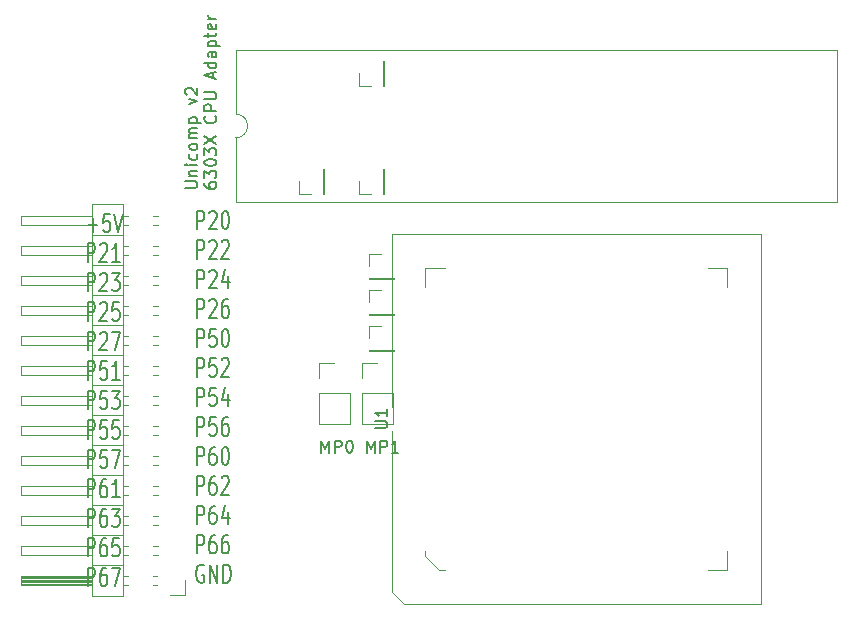
<source format=gbr>
%TF.GenerationSoftware,KiCad,Pcbnew,7.0.9-7.0.9~ubuntu20.04.1*%
%TF.CreationDate,2023-12-26T21:31:22+01:00*%
%TF.ProjectId,6303_PLCC_Addon,36333033-5f50-44c4-9343-5f4164646f6e,rev?*%
%TF.SameCoordinates,Original*%
%TF.FileFunction,Legend,Top*%
%TF.FilePolarity,Positive*%
%FSLAX46Y46*%
G04 Gerber Fmt 4.6, Leading zero omitted, Abs format (unit mm)*
G04 Created by KiCad (PCBNEW 7.0.9-7.0.9~ubuntu20.04.1) date 2023-12-26 21:31:22*
%MOMM*%
%LPD*%
G01*
G04 APERTURE LIST*
%ADD10C,0.150000*%
%ADD11C,0.100000*%
%ADD12C,0.120000*%
G04 APERTURE END LIST*
D10*
X179660779Y-72767819D02*
X179660779Y-71767819D01*
X179660779Y-71767819D02*
X179994112Y-72482104D01*
X179994112Y-72482104D02*
X180327445Y-71767819D01*
X180327445Y-71767819D02*
X180327445Y-72767819D01*
X180803636Y-72767819D02*
X180803636Y-71767819D01*
X180803636Y-71767819D02*
X181184588Y-71767819D01*
X181184588Y-71767819D02*
X181279826Y-71815438D01*
X181279826Y-71815438D02*
X181327445Y-71863057D01*
X181327445Y-71863057D02*
X181375064Y-71958295D01*
X181375064Y-71958295D02*
X181375064Y-72101152D01*
X181375064Y-72101152D02*
X181327445Y-72196390D01*
X181327445Y-72196390D02*
X181279826Y-72244009D01*
X181279826Y-72244009D02*
X181184588Y-72291628D01*
X181184588Y-72291628D02*
X180803636Y-72291628D01*
X181994112Y-71767819D02*
X182089350Y-71767819D01*
X182089350Y-71767819D02*
X182184588Y-71815438D01*
X182184588Y-71815438D02*
X182232207Y-71863057D01*
X182232207Y-71863057D02*
X182279826Y-71958295D01*
X182279826Y-71958295D02*
X182327445Y-72148771D01*
X182327445Y-72148771D02*
X182327445Y-72386866D01*
X182327445Y-72386866D02*
X182279826Y-72577342D01*
X182279826Y-72577342D02*
X182232207Y-72672580D01*
X182232207Y-72672580D02*
X182184588Y-72720200D01*
X182184588Y-72720200D02*
X182089350Y-72767819D01*
X182089350Y-72767819D02*
X181994112Y-72767819D01*
X181994112Y-72767819D02*
X181898874Y-72720200D01*
X181898874Y-72720200D02*
X181851255Y-72672580D01*
X181851255Y-72672580D02*
X181803636Y-72577342D01*
X181803636Y-72577342D02*
X181756017Y-72386866D01*
X181756017Y-72386866D02*
X181756017Y-72148771D01*
X181756017Y-72148771D02*
X181803636Y-71958295D01*
X181803636Y-71958295D02*
X181851255Y-71863057D01*
X181851255Y-71863057D02*
X181898874Y-71815438D01*
X181898874Y-71815438D02*
X181994112Y-71767819D01*
X183517922Y-72767819D02*
X183517922Y-71767819D01*
X183517922Y-71767819D02*
X183851255Y-72482104D01*
X183851255Y-72482104D02*
X184184588Y-71767819D01*
X184184588Y-71767819D02*
X184184588Y-72767819D01*
X184660779Y-72767819D02*
X184660779Y-71767819D01*
X184660779Y-71767819D02*
X185041731Y-71767819D01*
X185041731Y-71767819D02*
X185136969Y-71815438D01*
X185136969Y-71815438D02*
X185184588Y-71863057D01*
X185184588Y-71863057D02*
X185232207Y-71958295D01*
X185232207Y-71958295D02*
X185232207Y-72101152D01*
X185232207Y-72101152D02*
X185184588Y-72196390D01*
X185184588Y-72196390D02*
X185136969Y-72244009D01*
X185136969Y-72244009D02*
X185041731Y-72291628D01*
X185041731Y-72291628D02*
X184660779Y-72291628D01*
X186184588Y-72767819D02*
X185613160Y-72767819D01*
X185898874Y-72767819D02*
X185898874Y-71767819D01*
X185898874Y-71767819D02*
X185803636Y-71910676D01*
X185803636Y-71910676D02*
X185708398Y-72005914D01*
X185708398Y-72005914D02*
X185613160Y-72053533D01*
X159860588Y-53516033D02*
X160698684Y-53516033D01*
X160279636Y-54106509D02*
X160279636Y-52925557D01*
X161746303Y-52556509D02*
X161222493Y-52556509D01*
X161222493Y-52556509D02*
X161170112Y-53294604D01*
X161170112Y-53294604D02*
X161222493Y-53220795D01*
X161222493Y-53220795D02*
X161327255Y-53146985D01*
X161327255Y-53146985D02*
X161589160Y-53146985D01*
X161589160Y-53146985D02*
X161693922Y-53220795D01*
X161693922Y-53220795D02*
X161746303Y-53294604D01*
X161746303Y-53294604D02*
X161798684Y-53442223D01*
X161798684Y-53442223D02*
X161798684Y-53811271D01*
X161798684Y-53811271D02*
X161746303Y-53958890D01*
X161746303Y-53958890D02*
X161693922Y-54032700D01*
X161693922Y-54032700D02*
X161589160Y-54106509D01*
X161589160Y-54106509D02*
X161327255Y-54106509D01*
X161327255Y-54106509D02*
X161222493Y-54032700D01*
X161222493Y-54032700D02*
X161170112Y-53958890D01*
X162112969Y-52556509D02*
X162479636Y-54106509D01*
X162479636Y-54106509D02*
X162846303Y-52556509D01*
X159860588Y-56602009D02*
X159860588Y-55052009D01*
X159860588Y-55052009D02*
X160279636Y-55052009D01*
X160279636Y-55052009D02*
X160384398Y-55125819D01*
X160384398Y-55125819D02*
X160436779Y-55199628D01*
X160436779Y-55199628D02*
X160489160Y-55347247D01*
X160489160Y-55347247D02*
X160489160Y-55568676D01*
X160489160Y-55568676D02*
X160436779Y-55716295D01*
X160436779Y-55716295D02*
X160384398Y-55790104D01*
X160384398Y-55790104D02*
X160279636Y-55863914D01*
X160279636Y-55863914D02*
X159860588Y-55863914D01*
X160908207Y-55199628D02*
X160960588Y-55125819D01*
X160960588Y-55125819D02*
X161065350Y-55052009D01*
X161065350Y-55052009D02*
X161327255Y-55052009D01*
X161327255Y-55052009D02*
X161432017Y-55125819D01*
X161432017Y-55125819D02*
X161484398Y-55199628D01*
X161484398Y-55199628D02*
X161536779Y-55347247D01*
X161536779Y-55347247D02*
X161536779Y-55494866D01*
X161536779Y-55494866D02*
X161484398Y-55716295D01*
X161484398Y-55716295D02*
X160855826Y-56602009D01*
X160855826Y-56602009D02*
X161536779Y-56602009D01*
X162584398Y-56602009D02*
X161955826Y-56602009D01*
X162270112Y-56602009D02*
X162270112Y-55052009D01*
X162270112Y-55052009D02*
X162165350Y-55273438D01*
X162165350Y-55273438D02*
X162060588Y-55421057D01*
X162060588Y-55421057D02*
X161955826Y-55494866D01*
X159860588Y-59097509D02*
X159860588Y-57547509D01*
X159860588Y-57547509D02*
X160279636Y-57547509D01*
X160279636Y-57547509D02*
X160384398Y-57621319D01*
X160384398Y-57621319D02*
X160436779Y-57695128D01*
X160436779Y-57695128D02*
X160489160Y-57842747D01*
X160489160Y-57842747D02*
X160489160Y-58064176D01*
X160489160Y-58064176D02*
X160436779Y-58211795D01*
X160436779Y-58211795D02*
X160384398Y-58285604D01*
X160384398Y-58285604D02*
X160279636Y-58359414D01*
X160279636Y-58359414D02*
X159860588Y-58359414D01*
X160908207Y-57695128D02*
X160960588Y-57621319D01*
X160960588Y-57621319D02*
X161065350Y-57547509D01*
X161065350Y-57547509D02*
X161327255Y-57547509D01*
X161327255Y-57547509D02*
X161432017Y-57621319D01*
X161432017Y-57621319D02*
X161484398Y-57695128D01*
X161484398Y-57695128D02*
X161536779Y-57842747D01*
X161536779Y-57842747D02*
X161536779Y-57990366D01*
X161536779Y-57990366D02*
X161484398Y-58211795D01*
X161484398Y-58211795D02*
X160855826Y-59097509D01*
X160855826Y-59097509D02*
X161536779Y-59097509D01*
X161903445Y-57547509D02*
X162584398Y-57547509D01*
X162584398Y-57547509D02*
X162217731Y-58137985D01*
X162217731Y-58137985D02*
X162374874Y-58137985D01*
X162374874Y-58137985D02*
X162479636Y-58211795D01*
X162479636Y-58211795D02*
X162532017Y-58285604D01*
X162532017Y-58285604D02*
X162584398Y-58433223D01*
X162584398Y-58433223D02*
X162584398Y-58802271D01*
X162584398Y-58802271D02*
X162532017Y-58949890D01*
X162532017Y-58949890D02*
X162479636Y-59023700D01*
X162479636Y-59023700D02*
X162374874Y-59097509D01*
X162374874Y-59097509D02*
X162060588Y-59097509D01*
X162060588Y-59097509D02*
X161955826Y-59023700D01*
X161955826Y-59023700D02*
X161903445Y-58949890D01*
X159860588Y-61593009D02*
X159860588Y-60043009D01*
X159860588Y-60043009D02*
X160279636Y-60043009D01*
X160279636Y-60043009D02*
X160384398Y-60116819D01*
X160384398Y-60116819D02*
X160436779Y-60190628D01*
X160436779Y-60190628D02*
X160489160Y-60338247D01*
X160489160Y-60338247D02*
X160489160Y-60559676D01*
X160489160Y-60559676D02*
X160436779Y-60707295D01*
X160436779Y-60707295D02*
X160384398Y-60781104D01*
X160384398Y-60781104D02*
X160279636Y-60854914D01*
X160279636Y-60854914D02*
X159860588Y-60854914D01*
X160908207Y-60190628D02*
X160960588Y-60116819D01*
X160960588Y-60116819D02*
X161065350Y-60043009D01*
X161065350Y-60043009D02*
X161327255Y-60043009D01*
X161327255Y-60043009D02*
X161432017Y-60116819D01*
X161432017Y-60116819D02*
X161484398Y-60190628D01*
X161484398Y-60190628D02*
X161536779Y-60338247D01*
X161536779Y-60338247D02*
X161536779Y-60485866D01*
X161536779Y-60485866D02*
X161484398Y-60707295D01*
X161484398Y-60707295D02*
X160855826Y-61593009D01*
X160855826Y-61593009D02*
X161536779Y-61593009D01*
X162532017Y-60043009D02*
X162008207Y-60043009D01*
X162008207Y-60043009D02*
X161955826Y-60781104D01*
X161955826Y-60781104D02*
X162008207Y-60707295D01*
X162008207Y-60707295D02*
X162112969Y-60633485D01*
X162112969Y-60633485D02*
X162374874Y-60633485D01*
X162374874Y-60633485D02*
X162479636Y-60707295D01*
X162479636Y-60707295D02*
X162532017Y-60781104D01*
X162532017Y-60781104D02*
X162584398Y-60928723D01*
X162584398Y-60928723D02*
X162584398Y-61297771D01*
X162584398Y-61297771D02*
X162532017Y-61445390D01*
X162532017Y-61445390D02*
X162479636Y-61519200D01*
X162479636Y-61519200D02*
X162374874Y-61593009D01*
X162374874Y-61593009D02*
X162112969Y-61593009D01*
X162112969Y-61593009D02*
X162008207Y-61519200D01*
X162008207Y-61519200D02*
X161955826Y-61445390D01*
X159860588Y-64088509D02*
X159860588Y-62538509D01*
X159860588Y-62538509D02*
X160279636Y-62538509D01*
X160279636Y-62538509D02*
X160384398Y-62612319D01*
X160384398Y-62612319D02*
X160436779Y-62686128D01*
X160436779Y-62686128D02*
X160489160Y-62833747D01*
X160489160Y-62833747D02*
X160489160Y-63055176D01*
X160489160Y-63055176D02*
X160436779Y-63202795D01*
X160436779Y-63202795D02*
X160384398Y-63276604D01*
X160384398Y-63276604D02*
X160279636Y-63350414D01*
X160279636Y-63350414D02*
X159860588Y-63350414D01*
X160908207Y-62686128D02*
X160960588Y-62612319D01*
X160960588Y-62612319D02*
X161065350Y-62538509D01*
X161065350Y-62538509D02*
X161327255Y-62538509D01*
X161327255Y-62538509D02*
X161432017Y-62612319D01*
X161432017Y-62612319D02*
X161484398Y-62686128D01*
X161484398Y-62686128D02*
X161536779Y-62833747D01*
X161536779Y-62833747D02*
X161536779Y-62981366D01*
X161536779Y-62981366D02*
X161484398Y-63202795D01*
X161484398Y-63202795D02*
X160855826Y-64088509D01*
X160855826Y-64088509D02*
X161536779Y-64088509D01*
X161903445Y-62538509D02*
X162636779Y-62538509D01*
X162636779Y-62538509D02*
X162165350Y-64088509D01*
X159860588Y-66584009D02*
X159860588Y-65034009D01*
X159860588Y-65034009D02*
X160279636Y-65034009D01*
X160279636Y-65034009D02*
X160384398Y-65107819D01*
X160384398Y-65107819D02*
X160436779Y-65181628D01*
X160436779Y-65181628D02*
X160489160Y-65329247D01*
X160489160Y-65329247D02*
X160489160Y-65550676D01*
X160489160Y-65550676D02*
X160436779Y-65698295D01*
X160436779Y-65698295D02*
X160384398Y-65772104D01*
X160384398Y-65772104D02*
X160279636Y-65845914D01*
X160279636Y-65845914D02*
X159860588Y-65845914D01*
X161484398Y-65034009D02*
X160960588Y-65034009D01*
X160960588Y-65034009D02*
X160908207Y-65772104D01*
X160908207Y-65772104D02*
X160960588Y-65698295D01*
X160960588Y-65698295D02*
X161065350Y-65624485D01*
X161065350Y-65624485D02*
X161327255Y-65624485D01*
X161327255Y-65624485D02*
X161432017Y-65698295D01*
X161432017Y-65698295D02*
X161484398Y-65772104D01*
X161484398Y-65772104D02*
X161536779Y-65919723D01*
X161536779Y-65919723D02*
X161536779Y-66288771D01*
X161536779Y-66288771D02*
X161484398Y-66436390D01*
X161484398Y-66436390D02*
X161432017Y-66510200D01*
X161432017Y-66510200D02*
X161327255Y-66584009D01*
X161327255Y-66584009D02*
X161065350Y-66584009D01*
X161065350Y-66584009D02*
X160960588Y-66510200D01*
X160960588Y-66510200D02*
X160908207Y-66436390D01*
X162584398Y-66584009D02*
X161955826Y-66584009D01*
X162270112Y-66584009D02*
X162270112Y-65034009D01*
X162270112Y-65034009D02*
X162165350Y-65255438D01*
X162165350Y-65255438D02*
X162060588Y-65403057D01*
X162060588Y-65403057D02*
X161955826Y-65476866D01*
X159860588Y-69079509D02*
X159860588Y-67529509D01*
X159860588Y-67529509D02*
X160279636Y-67529509D01*
X160279636Y-67529509D02*
X160384398Y-67603319D01*
X160384398Y-67603319D02*
X160436779Y-67677128D01*
X160436779Y-67677128D02*
X160489160Y-67824747D01*
X160489160Y-67824747D02*
X160489160Y-68046176D01*
X160489160Y-68046176D02*
X160436779Y-68193795D01*
X160436779Y-68193795D02*
X160384398Y-68267604D01*
X160384398Y-68267604D02*
X160279636Y-68341414D01*
X160279636Y-68341414D02*
X159860588Y-68341414D01*
X161484398Y-67529509D02*
X160960588Y-67529509D01*
X160960588Y-67529509D02*
X160908207Y-68267604D01*
X160908207Y-68267604D02*
X160960588Y-68193795D01*
X160960588Y-68193795D02*
X161065350Y-68119985D01*
X161065350Y-68119985D02*
X161327255Y-68119985D01*
X161327255Y-68119985D02*
X161432017Y-68193795D01*
X161432017Y-68193795D02*
X161484398Y-68267604D01*
X161484398Y-68267604D02*
X161536779Y-68415223D01*
X161536779Y-68415223D02*
X161536779Y-68784271D01*
X161536779Y-68784271D02*
X161484398Y-68931890D01*
X161484398Y-68931890D02*
X161432017Y-69005700D01*
X161432017Y-69005700D02*
X161327255Y-69079509D01*
X161327255Y-69079509D02*
X161065350Y-69079509D01*
X161065350Y-69079509D02*
X160960588Y-69005700D01*
X160960588Y-69005700D02*
X160908207Y-68931890D01*
X161903445Y-67529509D02*
X162584398Y-67529509D01*
X162584398Y-67529509D02*
X162217731Y-68119985D01*
X162217731Y-68119985D02*
X162374874Y-68119985D01*
X162374874Y-68119985D02*
X162479636Y-68193795D01*
X162479636Y-68193795D02*
X162532017Y-68267604D01*
X162532017Y-68267604D02*
X162584398Y-68415223D01*
X162584398Y-68415223D02*
X162584398Y-68784271D01*
X162584398Y-68784271D02*
X162532017Y-68931890D01*
X162532017Y-68931890D02*
X162479636Y-69005700D01*
X162479636Y-69005700D02*
X162374874Y-69079509D01*
X162374874Y-69079509D02*
X162060588Y-69079509D01*
X162060588Y-69079509D02*
X161955826Y-69005700D01*
X161955826Y-69005700D02*
X161903445Y-68931890D01*
X159860588Y-71575009D02*
X159860588Y-70025009D01*
X159860588Y-70025009D02*
X160279636Y-70025009D01*
X160279636Y-70025009D02*
X160384398Y-70098819D01*
X160384398Y-70098819D02*
X160436779Y-70172628D01*
X160436779Y-70172628D02*
X160489160Y-70320247D01*
X160489160Y-70320247D02*
X160489160Y-70541676D01*
X160489160Y-70541676D02*
X160436779Y-70689295D01*
X160436779Y-70689295D02*
X160384398Y-70763104D01*
X160384398Y-70763104D02*
X160279636Y-70836914D01*
X160279636Y-70836914D02*
X159860588Y-70836914D01*
X161484398Y-70025009D02*
X160960588Y-70025009D01*
X160960588Y-70025009D02*
X160908207Y-70763104D01*
X160908207Y-70763104D02*
X160960588Y-70689295D01*
X160960588Y-70689295D02*
X161065350Y-70615485D01*
X161065350Y-70615485D02*
X161327255Y-70615485D01*
X161327255Y-70615485D02*
X161432017Y-70689295D01*
X161432017Y-70689295D02*
X161484398Y-70763104D01*
X161484398Y-70763104D02*
X161536779Y-70910723D01*
X161536779Y-70910723D02*
X161536779Y-71279771D01*
X161536779Y-71279771D02*
X161484398Y-71427390D01*
X161484398Y-71427390D02*
X161432017Y-71501200D01*
X161432017Y-71501200D02*
X161327255Y-71575009D01*
X161327255Y-71575009D02*
X161065350Y-71575009D01*
X161065350Y-71575009D02*
X160960588Y-71501200D01*
X160960588Y-71501200D02*
X160908207Y-71427390D01*
X162532017Y-70025009D02*
X162008207Y-70025009D01*
X162008207Y-70025009D02*
X161955826Y-70763104D01*
X161955826Y-70763104D02*
X162008207Y-70689295D01*
X162008207Y-70689295D02*
X162112969Y-70615485D01*
X162112969Y-70615485D02*
X162374874Y-70615485D01*
X162374874Y-70615485D02*
X162479636Y-70689295D01*
X162479636Y-70689295D02*
X162532017Y-70763104D01*
X162532017Y-70763104D02*
X162584398Y-70910723D01*
X162584398Y-70910723D02*
X162584398Y-71279771D01*
X162584398Y-71279771D02*
X162532017Y-71427390D01*
X162532017Y-71427390D02*
X162479636Y-71501200D01*
X162479636Y-71501200D02*
X162374874Y-71575009D01*
X162374874Y-71575009D02*
X162112969Y-71575009D01*
X162112969Y-71575009D02*
X162008207Y-71501200D01*
X162008207Y-71501200D02*
X161955826Y-71427390D01*
X159860588Y-74070509D02*
X159860588Y-72520509D01*
X159860588Y-72520509D02*
X160279636Y-72520509D01*
X160279636Y-72520509D02*
X160384398Y-72594319D01*
X160384398Y-72594319D02*
X160436779Y-72668128D01*
X160436779Y-72668128D02*
X160489160Y-72815747D01*
X160489160Y-72815747D02*
X160489160Y-73037176D01*
X160489160Y-73037176D02*
X160436779Y-73184795D01*
X160436779Y-73184795D02*
X160384398Y-73258604D01*
X160384398Y-73258604D02*
X160279636Y-73332414D01*
X160279636Y-73332414D02*
X159860588Y-73332414D01*
X161484398Y-72520509D02*
X160960588Y-72520509D01*
X160960588Y-72520509D02*
X160908207Y-73258604D01*
X160908207Y-73258604D02*
X160960588Y-73184795D01*
X160960588Y-73184795D02*
X161065350Y-73110985D01*
X161065350Y-73110985D02*
X161327255Y-73110985D01*
X161327255Y-73110985D02*
X161432017Y-73184795D01*
X161432017Y-73184795D02*
X161484398Y-73258604D01*
X161484398Y-73258604D02*
X161536779Y-73406223D01*
X161536779Y-73406223D02*
X161536779Y-73775271D01*
X161536779Y-73775271D02*
X161484398Y-73922890D01*
X161484398Y-73922890D02*
X161432017Y-73996700D01*
X161432017Y-73996700D02*
X161327255Y-74070509D01*
X161327255Y-74070509D02*
X161065350Y-74070509D01*
X161065350Y-74070509D02*
X160960588Y-73996700D01*
X160960588Y-73996700D02*
X160908207Y-73922890D01*
X161903445Y-72520509D02*
X162636779Y-72520509D01*
X162636779Y-72520509D02*
X162165350Y-74070509D01*
X159860588Y-76566009D02*
X159860588Y-75016009D01*
X159860588Y-75016009D02*
X160279636Y-75016009D01*
X160279636Y-75016009D02*
X160384398Y-75089819D01*
X160384398Y-75089819D02*
X160436779Y-75163628D01*
X160436779Y-75163628D02*
X160489160Y-75311247D01*
X160489160Y-75311247D02*
X160489160Y-75532676D01*
X160489160Y-75532676D02*
X160436779Y-75680295D01*
X160436779Y-75680295D02*
X160384398Y-75754104D01*
X160384398Y-75754104D02*
X160279636Y-75827914D01*
X160279636Y-75827914D02*
X159860588Y-75827914D01*
X161432017Y-75016009D02*
X161222493Y-75016009D01*
X161222493Y-75016009D02*
X161117731Y-75089819D01*
X161117731Y-75089819D02*
X161065350Y-75163628D01*
X161065350Y-75163628D02*
X160960588Y-75385057D01*
X160960588Y-75385057D02*
X160908207Y-75680295D01*
X160908207Y-75680295D02*
X160908207Y-76270771D01*
X160908207Y-76270771D02*
X160960588Y-76418390D01*
X160960588Y-76418390D02*
X161012969Y-76492200D01*
X161012969Y-76492200D02*
X161117731Y-76566009D01*
X161117731Y-76566009D02*
X161327255Y-76566009D01*
X161327255Y-76566009D02*
X161432017Y-76492200D01*
X161432017Y-76492200D02*
X161484398Y-76418390D01*
X161484398Y-76418390D02*
X161536779Y-76270771D01*
X161536779Y-76270771D02*
X161536779Y-75901723D01*
X161536779Y-75901723D02*
X161484398Y-75754104D01*
X161484398Y-75754104D02*
X161432017Y-75680295D01*
X161432017Y-75680295D02*
X161327255Y-75606485D01*
X161327255Y-75606485D02*
X161117731Y-75606485D01*
X161117731Y-75606485D02*
X161012969Y-75680295D01*
X161012969Y-75680295D02*
X160960588Y-75754104D01*
X160960588Y-75754104D02*
X160908207Y-75901723D01*
X162584398Y-76566009D02*
X161955826Y-76566009D01*
X162270112Y-76566009D02*
X162270112Y-75016009D01*
X162270112Y-75016009D02*
X162165350Y-75237438D01*
X162165350Y-75237438D02*
X162060588Y-75385057D01*
X162060588Y-75385057D02*
X161955826Y-75458866D01*
X159860588Y-79061509D02*
X159860588Y-77511509D01*
X159860588Y-77511509D02*
X160279636Y-77511509D01*
X160279636Y-77511509D02*
X160384398Y-77585319D01*
X160384398Y-77585319D02*
X160436779Y-77659128D01*
X160436779Y-77659128D02*
X160489160Y-77806747D01*
X160489160Y-77806747D02*
X160489160Y-78028176D01*
X160489160Y-78028176D02*
X160436779Y-78175795D01*
X160436779Y-78175795D02*
X160384398Y-78249604D01*
X160384398Y-78249604D02*
X160279636Y-78323414D01*
X160279636Y-78323414D02*
X159860588Y-78323414D01*
X161432017Y-77511509D02*
X161222493Y-77511509D01*
X161222493Y-77511509D02*
X161117731Y-77585319D01*
X161117731Y-77585319D02*
X161065350Y-77659128D01*
X161065350Y-77659128D02*
X160960588Y-77880557D01*
X160960588Y-77880557D02*
X160908207Y-78175795D01*
X160908207Y-78175795D02*
X160908207Y-78766271D01*
X160908207Y-78766271D02*
X160960588Y-78913890D01*
X160960588Y-78913890D02*
X161012969Y-78987700D01*
X161012969Y-78987700D02*
X161117731Y-79061509D01*
X161117731Y-79061509D02*
X161327255Y-79061509D01*
X161327255Y-79061509D02*
X161432017Y-78987700D01*
X161432017Y-78987700D02*
X161484398Y-78913890D01*
X161484398Y-78913890D02*
X161536779Y-78766271D01*
X161536779Y-78766271D02*
X161536779Y-78397223D01*
X161536779Y-78397223D02*
X161484398Y-78249604D01*
X161484398Y-78249604D02*
X161432017Y-78175795D01*
X161432017Y-78175795D02*
X161327255Y-78101985D01*
X161327255Y-78101985D02*
X161117731Y-78101985D01*
X161117731Y-78101985D02*
X161012969Y-78175795D01*
X161012969Y-78175795D02*
X160960588Y-78249604D01*
X160960588Y-78249604D02*
X160908207Y-78397223D01*
X161903445Y-77511509D02*
X162584398Y-77511509D01*
X162584398Y-77511509D02*
X162217731Y-78101985D01*
X162217731Y-78101985D02*
X162374874Y-78101985D01*
X162374874Y-78101985D02*
X162479636Y-78175795D01*
X162479636Y-78175795D02*
X162532017Y-78249604D01*
X162532017Y-78249604D02*
X162584398Y-78397223D01*
X162584398Y-78397223D02*
X162584398Y-78766271D01*
X162584398Y-78766271D02*
X162532017Y-78913890D01*
X162532017Y-78913890D02*
X162479636Y-78987700D01*
X162479636Y-78987700D02*
X162374874Y-79061509D01*
X162374874Y-79061509D02*
X162060588Y-79061509D01*
X162060588Y-79061509D02*
X161955826Y-78987700D01*
X161955826Y-78987700D02*
X161903445Y-78913890D01*
X159860588Y-81557009D02*
X159860588Y-80007009D01*
X159860588Y-80007009D02*
X160279636Y-80007009D01*
X160279636Y-80007009D02*
X160384398Y-80080819D01*
X160384398Y-80080819D02*
X160436779Y-80154628D01*
X160436779Y-80154628D02*
X160489160Y-80302247D01*
X160489160Y-80302247D02*
X160489160Y-80523676D01*
X160489160Y-80523676D02*
X160436779Y-80671295D01*
X160436779Y-80671295D02*
X160384398Y-80745104D01*
X160384398Y-80745104D02*
X160279636Y-80818914D01*
X160279636Y-80818914D02*
X159860588Y-80818914D01*
X161432017Y-80007009D02*
X161222493Y-80007009D01*
X161222493Y-80007009D02*
X161117731Y-80080819D01*
X161117731Y-80080819D02*
X161065350Y-80154628D01*
X161065350Y-80154628D02*
X160960588Y-80376057D01*
X160960588Y-80376057D02*
X160908207Y-80671295D01*
X160908207Y-80671295D02*
X160908207Y-81261771D01*
X160908207Y-81261771D02*
X160960588Y-81409390D01*
X160960588Y-81409390D02*
X161012969Y-81483200D01*
X161012969Y-81483200D02*
X161117731Y-81557009D01*
X161117731Y-81557009D02*
X161327255Y-81557009D01*
X161327255Y-81557009D02*
X161432017Y-81483200D01*
X161432017Y-81483200D02*
X161484398Y-81409390D01*
X161484398Y-81409390D02*
X161536779Y-81261771D01*
X161536779Y-81261771D02*
X161536779Y-80892723D01*
X161536779Y-80892723D02*
X161484398Y-80745104D01*
X161484398Y-80745104D02*
X161432017Y-80671295D01*
X161432017Y-80671295D02*
X161327255Y-80597485D01*
X161327255Y-80597485D02*
X161117731Y-80597485D01*
X161117731Y-80597485D02*
X161012969Y-80671295D01*
X161012969Y-80671295D02*
X160960588Y-80745104D01*
X160960588Y-80745104D02*
X160908207Y-80892723D01*
X162532017Y-80007009D02*
X162008207Y-80007009D01*
X162008207Y-80007009D02*
X161955826Y-80745104D01*
X161955826Y-80745104D02*
X162008207Y-80671295D01*
X162008207Y-80671295D02*
X162112969Y-80597485D01*
X162112969Y-80597485D02*
X162374874Y-80597485D01*
X162374874Y-80597485D02*
X162479636Y-80671295D01*
X162479636Y-80671295D02*
X162532017Y-80745104D01*
X162532017Y-80745104D02*
X162584398Y-80892723D01*
X162584398Y-80892723D02*
X162584398Y-81261771D01*
X162584398Y-81261771D02*
X162532017Y-81409390D01*
X162532017Y-81409390D02*
X162479636Y-81483200D01*
X162479636Y-81483200D02*
X162374874Y-81557009D01*
X162374874Y-81557009D02*
X162112969Y-81557009D01*
X162112969Y-81557009D02*
X162008207Y-81483200D01*
X162008207Y-81483200D02*
X161955826Y-81409390D01*
X159860588Y-84052509D02*
X159860588Y-82502509D01*
X159860588Y-82502509D02*
X160279636Y-82502509D01*
X160279636Y-82502509D02*
X160384398Y-82576319D01*
X160384398Y-82576319D02*
X160436779Y-82650128D01*
X160436779Y-82650128D02*
X160489160Y-82797747D01*
X160489160Y-82797747D02*
X160489160Y-83019176D01*
X160489160Y-83019176D02*
X160436779Y-83166795D01*
X160436779Y-83166795D02*
X160384398Y-83240604D01*
X160384398Y-83240604D02*
X160279636Y-83314414D01*
X160279636Y-83314414D02*
X159860588Y-83314414D01*
X161432017Y-82502509D02*
X161222493Y-82502509D01*
X161222493Y-82502509D02*
X161117731Y-82576319D01*
X161117731Y-82576319D02*
X161065350Y-82650128D01*
X161065350Y-82650128D02*
X160960588Y-82871557D01*
X160960588Y-82871557D02*
X160908207Y-83166795D01*
X160908207Y-83166795D02*
X160908207Y-83757271D01*
X160908207Y-83757271D02*
X160960588Y-83904890D01*
X160960588Y-83904890D02*
X161012969Y-83978700D01*
X161012969Y-83978700D02*
X161117731Y-84052509D01*
X161117731Y-84052509D02*
X161327255Y-84052509D01*
X161327255Y-84052509D02*
X161432017Y-83978700D01*
X161432017Y-83978700D02*
X161484398Y-83904890D01*
X161484398Y-83904890D02*
X161536779Y-83757271D01*
X161536779Y-83757271D02*
X161536779Y-83388223D01*
X161536779Y-83388223D02*
X161484398Y-83240604D01*
X161484398Y-83240604D02*
X161432017Y-83166795D01*
X161432017Y-83166795D02*
X161327255Y-83092985D01*
X161327255Y-83092985D02*
X161117731Y-83092985D01*
X161117731Y-83092985D02*
X161012969Y-83166795D01*
X161012969Y-83166795D02*
X160960588Y-83240604D01*
X160960588Y-83240604D02*
X160908207Y-83388223D01*
X161903445Y-82502509D02*
X162636779Y-82502509D01*
X162636779Y-82502509D02*
X162165350Y-84052509D01*
X168151019Y-50361620D02*
X168960542Y-50361620D01*
X168960542Y-50361620D02*
X169055780Y-50314001D01*
X169055780Y-50314001D02*
X169103400Y-50266382D01*
X169103400Y-50266382D02*
X169151019Y-50171144D01*
X169151019Y-50171144D02*
X169151019Y-49980668D01*
X169151019Y-49980668D02*
X169103400Y-49885430D01*
X169103400Y-49885430D02*
X169055780Y-49837811D01*
X169055780Y-49837811D02*
X168960542Y-49790192D01*
X168960542Y-49790192D02*
X168151019Y-49790192D01*
X168484352Y-49314001D02*
X169151019Y-49314001D01*
X168579590Y-49314001D02*
X168531971Y-49266382D01*
X168531971Y-49266382D02*
X168484352Y-49171144D01*
X168484352Y-49171144D02*
X168484352Y-49028287D01*
X168484352Y-49028287D02*
X168531971Y-48933049D01*
X168531971Y-48933049D02*
X168627209Y-48885430D01*
X168627209Y-48885430D02*
X169151019Y-48885430D01*
X169151019Y-48409239D02*
X168484352Y-48409239D01*
X168151019Y-48409239D02*
X168198638Y-48456858D01*
X168198638Y-48456858D02*
X168246257Y-48409239D01*
X168246257Y-48409239D02*
X168198638Y-48361620D01*
X168198638Y-48361620D02*
X168151019Y-48409239D01*
X168151019Y-48409239D02*
X168246257Y-48409239D01*
X169103400Y-47504478D02*
X169151019Y-47599716D01*
X169151019Y-47599716D02*
X169151019Y-47790192D01*
X169151019Y-47790192D02*
X169103400Y-47885430D01*
X169103400Y-47885430D02*
X169055780Y-47933049D01*
X169055780Y-47933049D02*
X168960542Y-47980668D01*
X168960542Y-47980668D02*
X168674828Y-47980668D01*
X168674828Y-47980668D02*
X168579590Y-47933049D01*
X168579590Y-47933049D02*
X168531971Y-47885430D01*
X168531971Y-47885430D02*
X168484352Y-47790192D01*
X168484352Y-47790192D02*
X168484352Y-47599716D01*
X168484352Y-47599716D02*
X168531971Y-47504478D01*
X169151019Y-46933049D02*
X169103400Y-47028287D01*
X169103400Y-47028287D02*
X169055780Y-47075906D01*
X169055780Y-47075906D02*
X168960542Y-47123525D01*
X168960542Y-47123525D02*
X168674828Y-47123525D01*
X168674828Y-47123525D02*
X168579590Y-47075906D01*
X168579590Y-47075906D02*
X168531971Y-47028287D01*
X168531971Y-47028287D02*
X168484352Y-46933049D01*
X168484352Y-46933049D02*
X168484352Y-46790192D01*
X168484352Y-46790192D02*
X168531971Y-46694954D01*
X168531971Y-46694954D02*
X168579590Y-46647335D01*
X168579590Y-46647335D02*
X168674828Y-46599716D01*
X168674828Y-46599716D02*
X168960542Y-46599716D01*
X168960542Y-46599716D02*
X169055780Y-46647335D01*
X169055780Y-46647335D02*
X169103400Y-46694954D01*
X169103400Y-46694954D02*
X169151019Y-46790192D01*
X169151019Y-46790192D02*
X169151019Y-46933049D01*
X169151019Y-46171144D02*
X168484352Y-46171144D01*
X168579590Y-46171144D02*
X168531971Y-46123525D01*
X168531971Y-46123525D02*
X168484352Y-46028287D01*
X168484352Y-46028287D02*
X168484352Y-45885430D01*
X168484352Y-45885430D02*
X168531971Y-45790192D01*
X168531971Y-45790192D02*
X168627209Y-45742573D01*
X168627209Y-45742573D02*
X169151019Y-45742573D01*
X168627209Y-45742573D02*
X168531971Y-45694954D01*
X168531971Y-45694954D02*
X168484352Y-45599716D01*
X168484352Y-45599716D02*
X168484352Y-45456859D01*
X168484352Y-45456859D02*
X168531971Y-45361620D01*
X168531971Y-45361620D02*
X168627209Y-45314001D01*
X168627209Y-45314001D02*
X169151019Y-45314001D01*
X168484352Y-44837811D02*
X169484352Y-44837811D01*
X168531971Y-44837811D02*
X168484352Y-44742573D01*
X168484352Y-44742573D02*
X168484352Y-44552097D01*
X168484352Y-44552097D02*
X168531971Y-44456859D01*
X168531971Y-44456859D02*
X168579590Y-44409240D01*
X168579590Y-44409240D02*
X168674828Y-44361621D01*
X168674828Y-44361621D02*
X168960542Y-44361621D01*
X168960542Y-44361621D02*
X169055780Y-44409240D01*
X169055780Y-44409240D02*
X169103400Y-44456859D01*
X169103400Y-44456859D02*
X169151019Y-44552097D01*
X169151019Y-44552097D02*
X169151019Y-44742573D01*
X169151019Y-44742573D02*
X169103400Y-44837811D01*
X168484352Y-43266382D02*
X169151019Y-43028287D01*
X169151019Y-43028287D02*
X168484352Y-42790192D01*
X168246257Y-42456858D02*
X168198638Y-42409239D01*
X168198638Y-42409239D02*
X168151019Y-42314001D01*
X168151019Y-42314001D02*
X168151019Y-42075906D01*
X168151019Y-42075906D02*
X168198638Y-41980668D01*
X168198638Y-41980668D02*
X168246257Y-41933049D01*
X168246257Y-41933049D02*
X168341495Y-41885430D01*
X168341495Y-41885430D02*
X168436733Y-41885430D01*
X168436733Y-41885430D02*
X168579590Y-41933049D01*
X168579590Y-41933049D02*
X169151019Y-42504477D01*
X169151019Y-42504477D02*
X169151019Y-41885430D01*
X169761019Y-49933049D02*
X169761019Y-50123525D01*
X169761019Y-50123525D02*
X169808638Y-50218763D01*
X169808638Y-50218763D02*
X169856257Y-50266382D01*
X169856257Y-50266382D02*
X169999114Y-50361620D01*
X169999114Y-50361620D02*
X170189590Y-50409239D01*
X170189590Y-50409239D02*
X170570542Y-50409239D01*
X170570542Y-50409239D02*
X170665780Y-50361620D01*
X170665780Y-50361620D02*
X170713400Y-50314001D01*
X170713400Y-50314001D02*
X170761019Y-50218763D01*
X170761019Y-50218763D02*
X170761019Y-50028287D01*
X170761019Y-50028287D02*
X170713400Y-49933049D01*
X170713400Y-49933049D02*
X170665780Y-49885430D01*
X170665780Y-49885430D02*
X170570542Y-49837811D01*
X170570542Y-49837811D02*
X170332447Y-49837811D01*
X170332447Y-49837811D02*
X170237209Y-49885430D01*
X170237209Y-49885430D02*
X170189590Y-49933049D01*
X170189590Y-49933049D02*
X170141971Y-50028287D01*
X170141971Y-50028287D02*
X170141971Y-50218763D01*
X170141971Y-50218763D02*
X170189590Y-50314001D01*
X170189590Y-50314001D02*
X170237209Y-50361620D01*
X170237209Y-50361620D02*
X170332447Y-50409239D01*
X169761019Y-49504477D02*
X169761019Y-48885430D01*
X169761019Y-48885430D02*
X170141971Y-49218763D01*
X170141971Y-49218763D02*
X170141971Y-49075906D01*
X170141971Y-49075906D02*
X170189590Y-48980668D01*
X170189590Y-48980668D02*
X170237209Y-48933049D01*
X170237209Y-48933049D02*
X170332447Y-48885430D01*
X170332447Y-48885430D02*
X170570542Y-48885430D01*
X170570542Y-48885430D02*
X170665780Y-48933049D01*
X170665780Y-48933049D02*
X170713400Y-48980668D01*
X170713400Y-48980668D02*
X170761019Y-49075906D01*
X170761019Y-49075906D02*
X170761019Y-49361620D01*
X170761019Y-49361620D02*
X170713400Y-49456858D01*
X170713400Y-49456858D02*
X170665780Y-49504477D01*
X169761019Y-48266382D02*
X169761019Y-48171144D01*
X169761019Y-48171144D02*
X169808638Y-48075906D01*
X169808638Y-48075906D02*
X169856257Y-48028287D01*
X169856257Y-48028287D02*
X169951495Y-47980668D01*
X169951495Y-47980668D02*
X170141971Y-47933049D01*
X170141971Y-47933049D02*
X170380066Y-47933049D01*
X170380066Y-47933049D02*
X170570542Y-47980668D01*
X170570542Y-47980668D02*
X170665780Y-48028287D01*
X170665780Y-48028287D02*
X170713400Y-48075906D01*
X170713400Y-48075906D02*
X170761019Y-48171144D01*
X170761019Y-48171144D02*
X170761019Y-48266382D01*
X170761019Y-48266382D02*
X170713400Y-48361620D01*
X170713400Y-48361620D02*
X170665780Y-48409239D01*
X170665780Y-48409239D02*
X170570542Y-48456858D01*
X170570542Y-48456858D02*
X170380066Y-48504477D01*
X170380066Y-48504477D02*
X170141971Y-48504477D01*
X170141971Y-48504477D02*
X169951495Y-48456858D01*
X169951495Y-48456858D02*
X169856257Y-48409239D01*
X169856257Y-48409239D02*
X169808638Y-48361620D01*
X169808638Y-48361620D02*
X169761019Y-48266382D01*
X169761019Y-47599715D02*
X169761019Y-46980668D01*
X169761019Y-46980668D02*
X170141971Y-47314001D01*
X170141971Y-47314001D02*
X170141971Y-47171144D01*
X170141971Y-47171144D02*
X170189590Y-47075906D01*
X170189590Y-47075906D02*
X170237209Y-47028287D01*
X170237209Y-47028287D02*
X170332447Y-46980668D01*
X170332447Y-46980668D02*
X170570542Y-46980668D01*
X170570542Y-46980668D02*
X170665780Y-47028287D01*
X170665780Y-47028287D02*
X170713400Y-47075906D01*
X170713400Y-47075906D02*
X170761019Y-47171144D01*
X170761019Y-47171144D02*
X170761019Y-47456858D01*
X170761019Y-47456858D02*
X170713400Y-47552096D01*
X170713400Y-47552096D02*
X170665780Y-47599715D01*
X169761019Y-46647334D02*
X170761019Y-45980668D01*
X169761019Y-45980668D02*
X170761019Y-46647334D01*
X170665780Y-44266382D02*
X170713400Y-44314001D01*
X170713400Y-44314001D02*
X170761019Y-44456858D01*
X170761019Y-44456858D02*
X170761019Y-44552096D01*
X170761019Y-44552096D02*
X170713400Y-44694953D01*
X170713400Y-44694953D02*
X170618161Y-44790191D01*
X170618161Y-44790191D02*
X170522923Y-44837810D01*
X170522923Y-44837810D02*
X170332447Y-44885429D01*
X170332447Y-44885429D02*
X170189590Y-44885429D01*
X170189590Y-44885429D02*
X169999114Y-44837810D01*
X169999114Y-44837810D02*
X169903876Y-44790191D01*
X169903876Y-44790191D02*
X169808638Y-44694953D01*
X169808638Y-44694953D02*
X169761019Y-44552096D01*
X169761019Y-44552096D02*
X169761019Y-44456858D01*
X169761019Y-44456858D02*
X169808638Y-44314001D01*
X169808638Y-44314001D02*
X169856257Y-44266382D01*
X170761019Y-43837810D02*
X169761019Y-43837810D01*
X169761019Y-43837810D02*
X169761019Y-43456858D01*
X169761019Y-43456858D02*
X169808638Y-43361620D01*
X169808638Y-43361620D02*
X169856257Y-43314001D01*
X169856257Y-43314001D02*
X169951495Y-43266382D01*
X169951495Y-43266382D02*
X170094352Y-43266382D01*
X170094352Y-43266382D02*
X170189590Y-43314001D01*
X170189590Y-43314001D02*
X170237209Y-43361620D01*
X170237209Y-43361620D02*
X170284828Y-43456858D01*
X170284828Y-43456858D02*
X170284828Y-43837810D01*
X169761019Y-42837810D02*
X170570542Y-42837810D01*
X170570542Y-42837810D02*
X170665780Y-42790191D01*
X170665780Y-42790191D02*
X170713400Y-42742572D01*
X170713400Y-42742572D02*
X170761019Y-42647334D01*
X170761019Y-42647334D02*
X170761019Y-42456858D01*
X170761019Y-42456858D02*
X170713400Y-42361620D01*
X170713400Y-42361620D02*
X170665780Y-42314001D01*
X170665780Y-42314001D02*
X170570542Y-42266382D01*
X170570542Y-42266382D02*
X169761019Y-42266382D01*
X170475304Y-41075905D02*
X170475304Y-40599715D01*
X170761019Y-41171143D02*
X169761019Y-40837810D01*
X169761019Y-40837810D02*
X170761019Y-40504477D01*
X170761019Y-39742572D02*
X169761019Y-39742572D01*
X170713400Y-39742572D02*
X170761019Y-39837810D01*
X170761019Y-39837810D02*
X170761019Y-40028286D01*
X170761019Y-40028286D02*
X170713400Y-40123524D01*
X170713400Y-40123524D02*
X170665780Y-40171143D01*
X170665780Y-40171143D02*
X170570542Y-40218762D01*
X170570542Y-40218762D02*
X170284828Y-40218762D01*
X170284828Y-40218762D02*
X170189590Y-40171143D01*
X170189590Y-40171143D02*
X170141971Y-40123524D01*
X170141971Y-40123524D02*
X170094352Y-40028286D01*
X170094352Y-40028286D02*
X170094352Y-39837810D01*
X170094352Y-39837810D02*
X170141971Y-39742572D01*
X170761019Y-38837810D02*
X170237209Y-38837810D01*
X170237209Y-38837810D02*
X170141971Y-38885429D01*
X170141971Y-38885429D02*
X170094352Y-38980667D01*
X170094352Y-38980667D02*
X170094352Y-39171143D01*
X170094352Y-39171143D02*
X170141971Y-39266381D01*
X170713400Y-38837810D02*
X170761019Y-38933048D01*
X170761019Y-38933048D02*
X170761019Y-39171143D01*
X170761019Y-39171143D02*
X170713400Y-39266381D01*
X170713400Y-39266381D02*
X170618161Y-39314000D01*
X170618161Y-39314000D02*
X170522923Y-39314000D01*
X170522923Y-39314000D02*
X170427685Y-39266381D01*
X170427685Y-39266381D02*
X170380066Y-39171143D01*
X170380066Y-39171143D02*
X170380066Y-38933048D01*
X170380066Y-38933048D02*
X170332447Y-38837810D01*
X170094352Y-38361619D02*
X171094352Y-38361619D01*
X170141971Y-38361619D02*
X170094352Y-38266381D01*
X170094352Y-38266381D02*
X170094352Y-38075905D01*
X170094352Y-38075905D02*
X170141971Y-37980667D01*
X170141971Y-37980667D02*
X170189590Y-37933048D01*
X170189590Y-37933048D02*
X170284828Y-37885429D01*
X170284828Y-37885429D02*
X170570542Y-37885429D01*
X170570542Y-37885429D02*
X170665780Y-37933048D01*
X170665780Y-37933048D02*
X170713400Y-37980667D01*
X170713400Y-37980667D02*
X170761019Y-38075905D01*
X170761019Y-38075905D02*
X170761019Y-38266381D01*
X170761019Y-38266381D02*
X170713400Y-38361619D01*
X170094352Y-37599714D02*
X170094352Y-37218762D01*
X169761019Y-37456857D02*
X170618161Y-37456857D01*
X170618161Y-37456857D02*
X170713400Y-37409238D01*
X170713400Y-37409238D02*
X170761019Y-37314000D01*
X170761019Y-37314000D02*
X170761019Y-37218762D01*
X170713400Y-36504476D02*
X170761019Y-36599714D01*
X170761019Y-36599714D02*
X170761019Y-36790190D01*
X170761019Y-36790190D02*
X170713400Y-36885428D01*
X170713400Y-36885428D02*
X170618161Y-36933047D01*
X170618161Y-36933047D02*
X170237209Y-36933047D01*
X170237209Y-36933047D02*
X170141971Y-36885428D01*
X170141971Y-36885428D02*
X170094352Y-36790190D01*
X170094352Y-36790190D02*
X170094352Y-36599714D01*
X170094352Y-36599714D02*
X170141971Y-36504476D01*
X170141971Y-36504476D02*
X170237209Y-36456857D01*
X170237209Y-36456857D02*
X170332447Y-36456857D01*
X170332447Y-36456857D02*
X170427685Y-36933047D01*
X170761019Y-36028285D02*
X170094352Y-36028285D01*
X170284828Y-36028285D02*
X170189590Y-35980666D01*
X170189590Y-35980666D02*
X170141971Y-35933047D01*
X170141971Y-35933047D02*
X170094352Y-35837809D01*
X170094352Y-35837809D02*
X170094352Y-35742571D01*
X169110588Y-53856509D02*
X169110588Y-52306509D01*
X169110588Y-52306509D02*
X169529636Y-52306509D01*
X169529636Y-52306509D02*
X169634398Y-52380319D01*
X169634398Y-52380319D02*
X169686779Y-52454128D01*
X169686779Y-52454128D02*
X169739160Y-52601747D01*
X169739160Y-52601747D02*
X169739160Y-52823176D01*
X169739160Y-52823176D02*
X169686779Y-52970795D01*
X169686779Y-52970795D02*
X169634398Y-53044604D01*
X169634398Y-53044604D02*
X169529636Y-53118414D01*
X169529636Y-53118414D02*
X169110588Y-53118414D01*
X170158207Y-52454128D02*
X170210588Y-52380319D01*
X170210588Y-52380319D02*
X170315350Y-52306509D01*
X170315350Y-52306509D02*
X170577255Y-52306509D01*
X170577255Y-52306509D02*
X170682017Y-52380319D01*
X170682017Y-52380319D02*
X170734398Y-52454128D01*
X170734398Y-52454128D02*
X170786779Y-52601747D01*
X170786779Y-52601747D02*
X170786779Y-52749366D01*
X170786779Y-52749366D02*
X170734398Y-52970795D01*
X170734398Y-52970795D02*
X170105826Y-53856509D01*
X170105826Y-53856509D02*
X170786779Y-53856509D01*
X171467731Y-52306509D02*
X171572493Y-52306509D01*
X171572493Y-52306509D02*
X171677255Y-52380319D01*
X171677255Y-52380319D02*
X171729636Y-52454128D01*
X171729636Y-52454128D02*
X171782017Y-52601747D01*
X171782017Y-52601747D02*
X171834398Y-52896985D01*
X171834398Y-52896985D02*
X171834398Y-53266033D01*
X171834398Y-53266033D02*
X171782017Y-53561271D01*
X171782017Y-53561271D02*
X171729636Y-53708890D01*
X171729636Y-53708890D02*
X171677255Y-53782700D01*
X171677255Y-53782700D02*
X171572493Y-53856509D01*
X171572493Y-53856509D02*
X171467731Y-53856509D01*
X171467731Y-53856509D02*
X171362969Y-53782700D01*
X171362969Y-53782700D02*
X171310588Y-53708890D01*
X171310588Y-53708890D02*
X171258207Y-53561271D01*
X171258207Y-53561271D02*
X171205826Y-53266033D01*
X171205826Y-53266033D02*
X171205826Y-52896985D01*
X171205826Y-52896985D02*
X171258207Y-52601747D01*
X171258207Y-52601747D02*
X171310588Y-52454128D01*
X171310588Y-52454128D02*
X171362969Y-52380319D01*
X171362969Y-52380319D02*
X171467731Y-52306509D01*
X169110588Y-56352009D02*
X169110588Y-54802009D01*
X169110588Y-54802009D02*
X169529636Y-54802009D01*
X169529636Y-54802009D02*
X169634398Y-54875819D01*
X169634398Y-54875819D02*
X169686779Y-54949628D01*
X169686779Y-54949628D02*
X169739160Y-55097247D01*
X169739160Y-55097247D02*
X169739160Y-55318676D01*
X169739160Y-55318676D02*
X169686779Y-55466295D01*
X169686779Y-55466295D02*
X169634398Y-55540104D01*
X169634398Y-55540104D02*
X169529636Y-55613914D01*
X169529636Y-55613914D02*
X169110588Y-55613914D01*
X170158207Y-54949628D02*
X170210588Y-54875819D01*
X170210588Y-54875819D02*
X170315350Y-54802009D01*
X170315350Y-54802009D02*
X170577255Y-54802009D01*
X170577255Y-54802009D02*
X170682017Y-54875819D01*
X170682017Y-54875819D02*
X170734398Y-54949628D01*
X170734398Y-54949628D02*
X170786779Y-55097247D01*
X170786779Y-55097247D02*
X170786779Y-55244866D01*
X170786779Y-55244866D02*
X170734398Y-55466295D01*
X170734398Y-55466295D02*
X170105826Y-56352009D01*
X170105826Y-56352009D02*
X170786779Y-56352009D01*
X171205826Y-54949628D02*
X171258207Y-54875819D01*
X171258207Y-54875819D02*
X171362969Y-54802009D01*
X171362969Y-54802009D02*
X171624874Y-54802009D01*
X171624874Y-54802009D02*
X171729636Y-54875819D01*
X171729636Y-54875819D02*
X171782017Y-54949628D01*
X171782017Y-54949628D02*
X171834398Y-55097247D01*
X171834398Y-55097247D02*
X171834398Y-55244866D01*
X171834398Y-55244866D02*
X171782017Y-55466295D01*
X171782017Y-55466295D02*
X171153445Y-56352009D01*
X171153445Y-56352009D02*
X171834398Y-56352009D01*
X169110588Y-58847509D02*
X169110588Y-57297509D01*
X169110588Y-57297509D02*
X169529636Y-57297509D01*
X169529636Y-57297509D02*
X169634398Y-57371319D01*
X169634398Y-57371319D02*
X169686779Y-57445128D01*
X169686779Y-57445128D02*
X169739160Y-57592747D01*
X169739160Y-57592747D02*
X169739160Y-57814176D01*
X169739160Y-57814176D02*
X169686779Y-57961795D01*
X169686779Y-57961795D02*
X169634398Y-58035604D01*
X169634398Y-58035604D02*
X169529636Y-58109414D01*
X169529636Y-58109414D02*
X169110588Y-58109414D01*
X170158207Y-57445128D02*
X170210588Y-57371319D01*
X170210588Y-57371319D02*
X170315350Y-57297509D01*
X170315350Y-57297509D02*
X170577255Y-57297509D01*
X170577255Y-57297509D02*
X170682017Y-57371319D01*
X170682017Y-57371319D02*
X170734398Y-57445128D01*
X170734398Y-57445128D02*
X170786779Y-57592747D01*
X170786779Y-57592747D02*
X170786779Y-57740366D01*
X170786779Y-57740366D02*
X170734398Y-57961795D01*
X170734398Y-57961795D02*
X170105826Y-58847509D01*
X170105826Y-58847509D02*
X170786779Y-58847509D01*
X171729636Y-57814176D02*
X171729636Y-58847509D01*
X171467731Y-57223700D02*
X171205826Y-58330842D01*
X171205826Y-58330842D02*
X171886779Y-58330842D01*
X169110588Y-61343009D02*
X169110588Y-59793009D01*
X169110588Y-59793009D02*
X169529636Y-59793009D01*
X169529636Y-59793009D02*
X169634398Y-59866819D01*
X169634398Y-59866819D02*
X169686779Y-59940628D01*
X169686779Y-59940628D02*
X169739160Y-60088247D01*
X169739160Y-60088247D02*
X169739160Y-60309676D01*
X169739160Y-60309676D02*
X169686779Y-60457295D01*
X169686779Y-60457295D02*
X169634398Y-60531104D01*
X169634398Y-60531104D02*
X169529636Y-60604914D01*
X169529636Y-60604914D02*
X169110588Y-60604914D01*
X170158207Y-59940628D02*
X170210588Y-59866819D01*
X170210588Y-59866819D02*
X170315350Y-59793009D01*
X170315350Y-59793009D02*
X170577255Y-59793009D01*
X170577255Y-59793009D02*
X170682017Y-59866819D01*
X170682017Y-59866819D02*
X170734398Y-59940628D01*
X170734398Y-59940628D02*
X170786779Y-60088247D01*
X170786779Y-60088247D02*
X170786779Y-60235866D01*
X170786779Y-60235866D02*
X170734398Y-60457295D01*
X170734398Y-60457295D02*
X170105826Y-61343009D01*
X170105826Y-61343009D02*
X170786779Y-61343009D01*
X171729636Y-59793009D02*
X171520112Y-59793009D01*
X171520112Y-59793009D02*
X171415350Y-59866819D01*
X171415350Y-59866819D02*
X171362969Y-59940628D01*
X171362969Y-59940628D02*
X171258207Y-60162057D01*
X171258207Y-60162057D02*
X171205826Y-60457295D01*
X171205826Y-60457295D02*
X171205826Y-61047771D01*
X171205826Y-61047771D02*
X171258207Y-61195390D01*
X171258207Y-61195390D02*
X171310588Y-61269200D01*
X171310588Y-61269200D02*
X171415350Y-61343009D01*
X171415350Y-61343009D02*
X171624874Y-61343009D01*
X171624874Y-61343009D02*
X171729636Y-61269200D01*
X171729636Y-61269200D02*
X171782017Y-61195390D01*
X171782017Y-61195390D02*
X171834398Y-61047771D01*
X171834398Y-61047771D02*
X171834398Y-60678723D01*
X171834398Y-60678723D02*
X171782017Y-60531104D01*
X171782017Y-60531104D02*
X171729636Y-60457295D01*
X171729636Y-60457295D02*
X171624874Y-60383485D01*
X171624874Y-60383485D02*
X171415350Y-60383485D01*
X171415350Y-60383485D02*
X171310588Y-60457295D01*
X171310588Y-60457295D02*
X171258207Y-60531104D01*
X171258207Y-60531104D02*
X171205826Y-60678723D01*
X169110588Y-63838509D02*
X169110588Y-62288509D01*
X169110588Y-62288509D02*
X169529636Y-62288509D01*
X169529636Y-62288509D02*
X169634398Y-62362319D01*
X169634398Y-62362319D02*
X169686779Y-62436128D01*
X169686779Y-62436128D02*
X169739160Y-62583747D01*
X169739160Y-62583747D02*
X169739160Y-62805176D01*
X169739160Y-62805176D02*
X169686779Y-62952795D01*
X169686779Y-62952795D02*
X169634398Y-63026604D01*
X169634398Y-63026604D02*
X169529636Y-63100414D01*
X169529636Y-63100414D02*
X169110588Y-63100414D01*
X170734398Y-62288509D02*
X170210588Y-62288509D01*
X170210588Y-62288509D02*
X170158207Y-63026604D01*
X170158207Y-63026604D02*
X170210588Y-62952795D01*
X170210588Y-62952795D02*
X170315350Y-62878985D01*
X170315350Y-62878985D02*
X170577255Y-62878985D01*
X170577255Y-62878985D02*
X170682017Y-62952795D01*
X170682017Y-62952795D02*
X170734398Y-63026604D01*
X170734398Y-63026604D02*
X170786779Y-63174223D01*
X170786779Y-63174223D02*
X170786779Y-63543271D01*
X170786779Y-63543271D02*
X170734398Y-63690890D01*
X170734398Y-63690890D02*
X170682017Y-63764700D01*
X170682017Y-63764700D02*
X170577255Y-63838509D01*
X170577255Y-63838509D02*
X170315350Y-63838509D01*
X170315350Y-63838509D02*
X170210588Y-63764700D01*
X170210588Y-63764700D02*
X170158207Y-63690890D01*
X171467731Y-62288509D02*
X171572493Y-62288509D01*
X171572493Y-62288509D02*
X171677255Y-62362319D01*
X171677255Y-62362319D02*
X171729636Y-62436128D01*
X171729636Y-62436128D02*
X171782017Y-62583747D01*
X171782017Y-62583747D02*
X171834398Y-62878985D01*
X171834398Y-62878985D02*
X171834398Y-63248033D01*
X171834398Y-63248033D02*
X171782017Y-63543271D01*
X171782017Y-63543271D02*
X171729636Y-63690890D01*
X171729636Y-63690890D02*
X171677255Y-63764700D01*
X171677255Y-63764700D02*
X171572493Y-63838509D01*
X171572493Y-63838509D02*
X171467731Y-63838509D01*
X171467731Y-63838509D02*
X171362969Y-63764700D01*
X171362969Y-63764700D02*
X171310588Y-63690890D01*
X171310588Y-63690890D02*
X171258207Y-63543271D01*
X171258207Y-63543271D02*
X171205826Y-63248033D01*
X171205826Y-63248033D02*
X171205826Y-62878985D01*
X171205826Y-62878985D02*
X171258207Y-62583747D01*
X171258207Y-62583747D02*
X171310588Y-62436128D01*
X171310588Y-62436128D02*
X171362969Y-62362319D01*
X171362969Y-62362319D02*
X171467731Y-62288509D01*
X169110588Y-66334009D02*
X169110588Y-64784009D01*
X169110588Y-64784009D02*
X169529636Y-64784009D01*
X169529636Y-64784009D02*
X169634398Y-64857819D01*
X169634398Y-64857819D02*
X169686779Y-64931628D01*
X169686779Y-64931628D02*
X169739160Y-65079247D01*
X169739160Y-65079247D02*
X169739160Y-65300676D01*
X169739160Y-65300676D02*
X169686779Y-65448295D01*
X169686779Y-65448295D02*
X169634398Y-65522104D01*
X169634398Y-65522104D02*
X169529636Y-65595914D01*
X169529636Y-65595914D02*
X169110588Y-65595914D01*
X170734398Y-64784009D02*
X170210588Y-64784009D01*
X170210588Y-64784009D02*
X170158207Y-65522104D01*
X170158207Y-65522104D02*
X170210588Y-65448295D01*
X170210588Y-65448295D02*
X170315350Y-65374485D01*
X170315350Y-65374485D02*
X170577255Y-65374485D01*
X170577255Y-65374485D02*
X170682017Y-65448295D01*
X170682017Y-65448295D02*
X170734398Y-65522104D01*
X170734398Y-65522104D02*
X170786779Y-65669723D01*
X170786779Y-65669723D02*
X170786779Y-66038771D01*
X170786779Y-66038771D02*
X170734398Y-66186390D01*
X170734398Y-66186390D02*
X170682017Y-66260200D01*
X170682017Y-66260200D02*
X170577255Y-66334009D01*
X170577255Y-66334009D02*
X170315350Y-66334009D01*
X170315350Y-66334009D02*
X170210588Y-66260200D01*
X170210588Y-66260200D02*
X170158207Y-66186390D01*
X171205826Y-64931628D02*
X171258207Y-64857819D01*
X171258207Y-64857819D02*
X171362969Y-64784009D01*
X171362969Y-64784009D02*
X171624874Y-64784009D01*
X171624874Y-64784009D02*
X171729636Y-64857819D01*
X171729636Y-64857819D02*
X171782017Y-64931628D01*
X171782017Y-64931628D02*
X171834398Y-65079247D01*
X171834398Y-65079247D02*
X171834398Y-65226866D01*
X171834398Y-65226866D02*
X171782017Y-65448295D01*
X171782017Y-65448295D02*
X171153445Y-66334009D01*
X171153445Y-66334009D02*
X171834398Y-66334009D01*
X169110588Y-68829509D02*
X169110588Y-67279509D01*
X169110588Y-67279509D02*
X169529636Y-67279509D01*
X169529636Y-67279509D02*
X169634398Y-67353319D01*
X169634398Y-67353319D02*
X169686779Y-67427128D01*
X169686779Y-67427128D02*
X169739160Y-67574747D01*
X169739160Y-67574747D02*
X169739160Y-67796176D01*
X169739160Y-67796176D02*
X169686779Y-67943795D01*
X169686779Y-67943795D02*
X169634398Y-68017604D01*
X169634398Y-68017604D02*
X169529636Y-68091414D01*
X169529636Y-68091414D02*
X169110588Y-68091414D01*
X170734398Y-67279509D02*
X170210588Y-67279509D01*
X170210588Y-67279509D02*
X170158207Y-68017604D01*
X170158207Y-68017604D02*
X170210588Y-67943795D01*
X170210588Y-67943795D02*
X170315350Y-67869985D01*
X170315350Y-67869985D02*
X170577255Y-67869985D01*
X170577255Y-67869985D02*
X170682017Y-67943795D01*
X170682017Y-67943795D02*
X170734398Y-68017604D01*
X170734398Y-68017604D02*
X170786779Y-68165223D01*
X170786779Y-68165223D02*
X170786779Y-68534271D01*
X170786779Y-68534271D02*
X170734398Y-68681890D01*
X170734398Y-68681890D02*
X170682017Y-68755700D01*
X170682017Y-68755700D02*
X170577255Y-68829509D01*
X170577255Y-68829509D02*
X170315350Y-68829509D01*
X170315350Y-68829509D02*
X170210588Y-68755700D01*
X170210588Y-68755700D02*
X170158207Y-68681890D01*
X171729636Y-67796176D02*
X171729636Y-68829509D01*
X171467731Y-67205700D02*
X171205826Y-68312842D01*
X171205826Y-68312842D02*
X171886779Y-68312842D01*
X169110588Y-71325009D02*
X169110588Y-69775009D01*
X169110588Y-69775009D02*
X169529636Y-69775009D01*
X169529636Y-69775009D02*
X169634398Y-69848819D01*
X169634398Y-69848819D02*
X169686779Y-69922628D01*
X169686779Y-69922628D02*
X169739160Y-70070247D01*
X169739160Y-70070247D02*
X169739160Y-70291676D01*
X169739160Y-70291676D02*
X169686779Y-70439295D01*
X169686779Y-70439295D02*
X169634398Y-70513104D01*
X169634398Y-70513104D02*
X169529636Y-70586914D01*
X169529636Y-70586914D02*
X169110588Y-70586914D01*
X170734398Y-69775009D02*
X170210588Y-69775009D01*
X170210588Y-69775009D02*
X170158207Y-70513104D01*
X170158207Y-70513104D02*
X170210588Y-70439295D01*
X170210588Y-70439295D02*
X170315350Y-70365485D01*
X170315350Y-70365485D02*
X170577255Y-70365485D01*
X170577255Y-70365485D02*
X170682017Y-70439295D01*
X170682017Y-70439295D02*
X170734398Y-70513104D01*
X170734398Y-70513104D02*
X170786779Y-70660723D01*
X170786779Y-70660723D02*
X170786779Y-71029771D01*
X170786779Y-71029771D02*
X170734398Y-71177390D01*
X170734398Y-71177390D02*
X170682017Y-71251200D01*
X170682017Y-71251200D02*
X170577255Y-71325009D01*
X170577255Y-71325009D02*
X170315350Y-71325009D01*
X170315350Y-71325009D02*
X170210588Y-71251200D01*
X170210588Y-71251200D02*
X170158207Y-71177390D01*
X171729636Y-69775009D02*
X171520112Y-69775009D01*
X171520112Y-69775009D02*
X171415350Y-69848819D01*
X171415350Y-69848819D02*
X171362969Y-69922628D01*
X171362969Y-69922628D02*
X171258207Y-70144057D01*
X171258207Y-70144057D02*
X171205826Y-70439295D01*
X171205826Y-70439295D02*
X171205826Y-71029771D01*
X171205826Y-71029771D02*
X171258207Y-71177390D01*
X171258207Y-71177390D02*
X171310588Y-71251200D01*
X171310588Y-71251200D02*
X171415350Y-71325009D01*
X171415350Y-71325009D02*
X171624874Y-71325009D01*
X171624874Y-71325009D02*
X171729636Y-71251200D01*
X171729636Y-71251200D02*
X171782017Y-71177390D01*
X171782017Y-71177390D02*
X171834398Y-71029771D01*
X171834398Y-71029771D02*
X171834398Y-70660723D01*
X171834398Y-70660723D02*
X171782017Y-70513104D01*
X171782017Y-70513104D02*
X171729636Y-70439295D01*
X171729636Y-70439295D02*
X171624874Y-70365485D01*
X171624874Y-70365485D02*
X171415350Y-70365485D01*
X171415350Y-70365485D02*
X171310588Y-70439295D01*
X171310588Y-70439295D02*
X171258207Y-70513104D01*
X171258207Y-70513104D02*
X171205826Y-70660723D01*
X169110588Y-73820509D02*
X169110588Y-72270509D01*
X169110588Y-72270509D02*
X169529636Y-72270509D01*
X169529636Y-72270509D02*
X169634398Y-72344319D01*
X169634398Y-72344319D02*
X169686779Y-72418128D01*
X169686779Y-72418128D02*
X169739160Y-72565747D01*
X169739160Y-72565747D02*
X169739160Y-72787176D01*
X169739160Y-72787176D02*
X169686779Y-72934795D01*
X169686779Y-72934795D02*
X169634398Y-73008604D01*
X169634398Y-73008604D02*
X169529636Y-73082414D01*
X169529636Y-73082414D02*
X169110588Y-73082414D01*
X170682017Y-72270509D02*
X170472493Y-72270509D01*
X170472493Y-72270509D02*
X170367731Y-72344319D01*
X170367731Y-72344319D02*
X170315350Y-72418128D01*
X170315350Y-72418128D02*
X170210588Y-72639557D01*
X170210588Y-72639557D02*
X170158207Y-72934795D01*
X170158207Y-72934795D02*
X170158207Y-73525271D01*
X170158207Y-73525271D02*
X170210588Y-73672890D01*
X170210588Y-73672890D02*
X170262969Y-73746700D01*
X170262969Y-73746700D02*
X170367731Y-73820509D01*
X170367731Y-73820509D02*
X170577255Y-73820509D01*
X170577255Y-73820509D02*
X170682017Y-73746700D01*
X170682017Y-73746700D02*
X170734398Y-73672890D01*
X170734398Y-73672890D02*
X170786779Y-73525271D01*
X170786779Y-73525271D02*
X170786779Y-73156223D01*
X170786779Y-73156223D02*
X170734398Y-73008604D01*
X170734398Y-73008604D02*
X170682017Y-72934795D01*
X170682017Y-72934795D02*
X170577255Y-72860985D01*
X170577255Y-72860985D02*
X170367731Y-72860985D01*
X170367731Y-72860985D02*
X170262969Y-72934795D01*
X170262969Y-72934795D02*
X170210588Y-73008604D01*
X170210588Y-73008604D02*
X170158207Y-73156223D01*
X171467731Y-72270509D02*
X171572493Y-72270509D01*
X171572493Y-72270509D02*
X171677255Y-72344319D01*
X171677255Y-72344319D02*
X171729636Y-72418128D01*
X171729636Y-72418128D02*
X171782017Y-72565747D01*
X171782017Y-72565747D02*
X171834398Y-72860985D01*
X171834398Y-72860985D02*
X171834398Y-73230033D01*
X171834398Y-73230033D02*
X171782017Y-73525271D01*
X171782017Y-73525271D02*
X171729636Y-73672890D01*
X171729636Y-73672890D02*
X171677255Y-73746700D01*
X171677255Y-73746700D02*
X171572493Y-73820509D01*
X171572493Y-73820509D02*
X171467731Y-73820509D01*
X171467731Y-73820509D02*
X171362969Y-73746700D01*
X171362969Y-73746700D02*
X171310588Y-73672890D01*
X171310588Y-73672890D02*
X171258207Y-73525271D01*
X171258207Y-73525271D02*
X171205826Y-73230033D01*
X171205826Y-73230033D02*
X171205826Y-72860985D01*
X171205826Y-72860985D02*
X171258207Y-72565747D01*
X171258207Y-72565747D02*
X171310588Y-72418128D01*
X171310588Y-72418128D02*
X171362969Y-72344319D01*
X171362969Y-72344319D02*
X171467731Y-72270509D01*
X169110588Y-76316009D02*
X169110588Y-74766009D01*
X169110588Y-74766009D02*
X169529636Y-74766009D01*
X169529636Y-74766009D02*
X169634398Y-74839819D01*
X169634398Y-74839819D02*
X169686779Y-74913628D01*
X169686779Y-74913628D02*
X169739160Y-75061247D01*
X169739160Y-75061247D02*
X169739160Y-75282676D01*
X169739160Y-75282676D02*
X169686779Y-75430295D01*
X169686779Y-75430295D02*
X169634398Y-75504104D01*
X169634398Y-75504104D02*
X169529636Y-75577914D01*
X169529636Y-75577914D02*
X169110588Y-75577914D01*
X170682017Y-74766009D02*
X170472493Y-74766009D01*
X170472493Y-74766009D02*
X170367731Y-74839819D01*
X170367731Y-74839819D02*
X170315350Y-74913628D01*
X170315350Y-74913628D02*
X170210588Y-75135057D01*
X170210588Y-75135057D02*
X170158207Y-75430295D01*
X170158207Y-75430295D02*
X170158207Y-76020771D01*
X170158207Y-76020771D02*
X170210588Y-76168390D01*
X170210588Y-76168390D02*
X170262969Y-76242200D01*
X170262969Y-76242200D02*
X170367731Y-76316009D01*
X170367731Y-76316009D02*
X170577255Y-76316009D01*
X170577255Y-76316009D02*
X170682017Y-76242200D01*
X170682017Y-76242200D02*
X170734398Y-76168390D01*
X170734398Y-76168390D02*
X170786779Y-76020771D01*
X170786779Y-76020771D02*
X170786779Y-75651723D01*
X170786779Y-75651723D02*
X170734398Y-75504104D01*
X170734398Y-75504104D02*
X170682017Y-75430295D01*
X170682017Y-75430295D02*
X170577255Y-75356485D01*
X170577255Y-75356485D02*
X170367731Y-75356485D01*
X170367731Y-75356485D02*
X170262969Y-75430295D01*
X170262969Y-75430295D02*
X170210588Y-75504104D01*
X170210588Y-75504104D02*
X170158207Y-75651723D01*
X171205826Y-74913628D02*
X171258207Y-74839819D01*
X171258207Y-74839819D02*
X171362969Y-74766009D01*
X171362969Y-74766009D02*
X171624874Y-74766009D01*
X171624874Y-74766009D02*
X171729636Y-74839819D01*
X171729636Y-74839819D02*
X171782017Y-74913628D01*
X171782017Y-74913628D02*
X171834398Y-75061247D01*
X171834398Y-75061247D02*
X171834398Y-75208866D01*
X171834398Y-75208866D02*
X171782017Y-75430295D01*
X171782017Y-75430295D02*
X171153445Y-76316009D01*
X171153445Y-76316009D02*
X171834398Y-76316009D01*
X169110588Y-78811509D02*
X169110588Y-77261509D01*
X169110588Y-77261509D02*
X169529636Y-77261509D01*
X169529636Y-77261509D02*
X169634398Y-77335319D01*
X169634398Y-77335319D02*
X169686779Y-77409128D01*
X169686779Y-77409128D02*
X169739160Y-77556747D01*
X169739160Y-77556747D02*
X169739160Y-77778176D01*
X169739160Y-77778176D02*
X169686779Y-77925795D01*
X169686779Y-77925795D02*
X169634398Y-77999604D01*
X169634398Y-77999604D02*
X169529636Y-78073414D01*
X169529636Y-78073414D02*
X169110588Y-78073414D01*
X170682017Y-77261509D02*
X170472493Y-77261509D01*
X170472493Y-77261509D02*
X170367731Y-77335319D01*
X170367731Y-77335319D02*
X170315350Y-77409128D01*
X170315350Y-77409128D02*
X170210588Y-77630557D01*
X170210588Y-77630557D02*
X170158207Y-77925795D01*
X170158207Y-77925795D02*
X170158207Y-78516271D01*
X170158207Y-78516271D02*
X170210588Y-78663890D01*
X170210588Y-78663890D02*
X170262969Y-78737700D01*
X170262969Y-78737700D02*
X170367731Y-78811509D01*
X170367731Y-78811509D02*
X170577255Y-78811509D01*
X170577255Y-78811509D02*
X170682017Y-78737700D01*
X170682017Y-78737700D02*
X170734398Y-78663890D01*
X170734398Y-78663890D02*
X170786779Y-78516271D01*
X170786779Y-78516271D02*
X170786779Y-78147223D01*
X170786779Y-78147223D02*
X170734398Y-77999604D01*
X170734398Y-77999604D02*
X170682017Y-77925795D01*
X170682017Y-77925795D02*
X170577255Y-77851985D01*
X170577255Y-77851985D02*
X170367731Y-77851985D01*
X170367731Y-77851985D02*
X170262969Y-77925795D01*
X170262969Y-77925795D02*
X170210588Y-77999604D01*
X170210588Y-77999604D02*
X170158207Y-78147223D01*
X171729636Y-77778176D02*
X171729636Y-78811509D01*
X171467731Y-77187700D02*
X171205826Y-78294842D01*
X171205826Y-78294842D02*
X171886779Y-78294842D01*
X169110588Y-81307009D02*
X169110588Y-79757009D01*
X169110588Y-79757009D02*
X169529636Y-79757009D01*
X169529636Y-79757009D02*
X169634398Y-79830819D01*
X169634398Y-79830819D02*
X169686779Y-79904628D01*
X169686779Y-79904628D02*
X169739160Y-80052247D01*
X169739160Y-80052247D02*
X169739160Y-80273676D01*
X169739160Y-80273676D02*
X169686779Y-80421295D01*
X169686779Y-80421295D02*
X169634398Y-80495104D01*
X169634398Y-80495104D02*
X169529636Y-80568914D01*
X169529636Y-80568914D02*
X169110588Y-80568914D01*
X170682017Y-79757009D02*
X170472493Y-79757009D01*
X170472493Y-79757009D02*
X170367731Y-79830819D01*
X170367731Y-79830819D02*
X170315350Y-79904628D01*
X170315350Y-79904628D02*
X170210588Y-80126057D01*
X170210588Y-80126057D02*
X170158207Y-80421295D01*
X170158207Y-80421295D02*
X170158207Y-81011771D01*
X170158207Y-81011771D02*
X170210588Y-81159390D01*
X170210588Y-81159390D02*
X170262969Y-81233200D01*
X170262969Y-81233200D02*
X170367731Y-81307009D01*
X170367731Y-81307009D02*
X170577255Y-81307009D01*
X170577255Y-81307009D02*
X170682017Y-81233200D01*
X170682017Y-81233200D02*
X170734398Y-81159390D01*
X170734398Y-81159390D02*
X170786779Y-81011771D01*
X170786779Y-81011771D02*
X170786779Y-80642723D01*
X170786779Y-80642723D02*
X170734398Y-80495104D01*
X170734398Y-80495104D02*
X170682017Y-80421295D01*
X170682017Y-80421295D02*
X170577255Y-80347485D01*
X170577255Y-80347485D02*
X170367731Y-80347485D01*
X170367731Y-80347485D02*
X170262969Y-80421295D01*
X170262969Y-80421295D02*
X170210588Y-80495104D01*
X170210588Y-80495104D02*
X170158207Y-80642723D01*
X171729636Y-79757009D02*
X171520112Y-79757009D01*
X171520112Y-79757009D02*
X171415350Y-79830819D01*
X171415350Y-79830819D02*
X171362969Y-79904628D01*
X171362969Y-79904628D02*
X171258207Y-80126057D01*
X171258207Y-80126057D02*
X171205826Y-80421295D01*
X171205826Y-80421295D02*
X171205826Y-81011771D01*
X171205826Y-81011771D02*
X171258207Y-81159390D01*
X171258207Y-81159390D02*
X171310588Y-81233200D01*
X171310588Y-81233200D02*
X171415350Y-81307009D01*
X171415350Y-81307009D02*
X171624874Y-81307009D01*
X171624874Y-81307009D02*
X171729636Y-81233200D01*
X171729636Y-81233200D02*
X171782017Y-81159390D01*
X171782017Y-81159390D02*
X171834398Y-81011771D01*
X171834398Y-81011771D02*
X171834398Y-80642723D01*
X171834398Y-80642723D02*
X171782017Y-80495104D01*
X171782017Y-80495104D02*
X171729636Y-80421295D01*
X171729636Y-80421295D02*
X171624874Y-80347485D01*
X171624874Y-80347485D02*
X171415350Y-80347485D01*
X171415350Y-80347485D02*
X171310588Y-80421295D01*
X171310588Y-80421295D02*
X171258207Y-80495104D01*
X171258207Y-80495104D02*
X171205826Y-80642723D01*
X169686779Y-82326319D02*
X169582017Y-82252509D01*
X169582017Y-82252509D02*
X169424874Y-82252509D01*
X169424874Y-82252509D02*
X169267731Y-82326319D01*
X169267731Y-82326319D02*
X169162969Y-82473938D01*
X169162969Y-82473938D02*
X169110588Y-82621557D01*
X169110588Y-82621557D02*
X169058207Y-82916795D01*
X169058207Y-82916795D02*
X169058207Y-83138223D01*
X169058207Y-83138223D02*
X169110588Y-83433461D01*
X169110588Y-83433461D02*
X169162969Y-83581080D01*
X169162969Y-83581080D02*
X169267731Y-83728700D01*
X169267731Y-83728700D02*
X169424874Y-83802509D01*
X169424874Y-83802509D02*
X169529636Y-83802509D01*
X169529636Y-83802509D02*
X169686779Y-83728700D01*
X169686779Y-83728700D02*
X169739160Y-83654890D01*
X169739160Y-83654890D02*
X169739160Y-83138223D01*
X169739160Y-83138223D02*
X169529636Y-83138223D01*
X170210588Y-83802509D02*
X170210588Y-82252509D01*
X170210588Y-82252509D02*
X170839160Y-83802509D01*
X170839160Y-83802509D02*
X170839160Y-82252509D01*
X171362969Y-83802509D02*
X171362969Y-82252509D01*
X171362969Y-82252509D02*
X171624874Y-82252509D01*
X171624874Y-82252509D02*
X171782017Y-82326319D01*
X171782017Y-82326319D02*
X171886779Y-82473938D01*
X171886779Y-82473938D02*
X171939160Y-82621557D01*
X171939160Y-82621557D02*
X171991541Y-82916795D01*
X171991541Y-82916795D02*
X171991541Y-83138223D01*
X171991541Y-83138223D02*
X171939160Y-83433461D01*
X171939160Y-83433461D02*
X171886779Y-83581080D01*
X171886779Y-83581080D02*
X171782017Y-83728700D01*
X171782017Y-83728700D02*
X171624874Y-83802509D01*
X171624874Y-83802509D02*
X171362969Y-83802509D01*
X184229819Y-70684404D02*
X185039342Y-70684404D01*
X185039342Y-70684404D02*
X185134580Y-70636785D01*
X185134580Y-70636785D02*
X185182200Y-70589166D01*
X185182200Y-70589166D02*
X185229819Y-70493928D01*
X185229819Y-70493928D02*
X185229819Y-70303452D01*
X185229819Y-70303452D02*
X185182200Y-70208214D01*
X185182200Y-70208214D02*
X185134580Y-70160595D01*
X185134580Y-70160595D02*
X185039342Y-70112976D01*
X185039342Y-70112976D02*
X184229819Y-70112976D01*
X185229819Y-69112976D02*
X185229819Y-69684404D01*
X185229819Y-69398690D02*
X184229819Y-69398690D01*
X184229819Y-69398690D02*
X184372676Y-69493928D01*
X184372676Y-69493928D02*
X184467914Y-69589166D01*
X184467914Y-69589166D02*
X184515533Y-69684404D01*
D11*
%TO.C,U1*%
X214035000Y-82707500D02*
X212385000Y-82707500D01*
X189615000Y-82707500D02*
X190115000Y-82707500D01*
D12*
X216875000Y-85547500D02*
X216875000Y-54297500D01*
X185625000Y-54297500D02*
X185625000Y-68922500D01*
D11*
X188465000Y-57137500D02*
X190115000Y-57137500D01*
X188465000Y-81557500D02*
X189615000Y-82707500D01*
X214035000Y-81057500D02*
X214035000Y-82707500D01*
X188465000Y-81057500D02*
X188465000Y-81557500D01*
X188465000Y-58787500D02*
X188465000Y-57137500D01*
X214035000Y-58787500D02*
X214035000Y-57137500D01*
D12*
X185625000Y-84547500D02*
X186625000Y-85547500D01*
X216875000Y-54297500D02*
X185625000Y-54297500D01*
X185625000Y-70922500D02*
X185625000Y-84547500D01*
D11*
X214035000Y-57137500D02*
X212385000Y-57137500D01*
D12*
X186625000Y-85547500D02*
X216875000Y-85547500D01*
%TO.C,JP1*%
X179416400Y-65162200D02*
X180746400Y-65162200D01*
X179416400Y-66492200D02*
X179416400Y-65162200D01*
X179416400Y-67762200D02*
X179416400Y-70362200D01*
X179416400Y-67762200D02*
X182076400Y-67762200D01*
X179416400Y-70362200D02*
X182076400Y-70362200D01*
X182076400Y-67762200D02*
X182076400Y-70362200D01*
%TO.C,J4*%
X182836000Y-41700000D02*
X182836000Y-40640000D01*
X183896000Y-41700000D02*
X182836000Y-41700000D01*
X184896000Y-41700000D02*
X184956000Y-41700000D01*
X184896000Y-41700000D02*
X184896000Y-39580000D01*
X184956000Y-41700000D02*
X184956000Y-39580000D01*
X184896000Y-39580000D02*
X184956000Y-39580000D01*
%TO.C,U3*%
X172406000Y-51570400D02*
X223326000Y-51570400D01*
X223326000Y-51570400D02*
X223326000Y-38650400D01*
X172406000Y-46110400D02*
X172406000Y-51570400D01*
X172406000Y-38650400D02*
X172406000Y-44110400D01*
X223326000Y-38650400D02*
X172406000Y-38650400D01*
X172406000Y-46110400D02*
G75*
G03*
X172406000Y-44110400I0J1000000D01*
G01*
%TO.C,J1*%
X168148000Y-84836000D02*
X166878000Y-84836000D01*
X168148000Y-83566000D02*
X168148000Y-84836000D01*
X165835071Y-81406000D02*
X165380929Y-81406000D01*
X165835071Y-80646000D02*
X165380929Y-80646000D01*
X165835071Y-78866000D02*
X165380929Y-78866000D01*
X165835071Y-78106000D02*
X165380929Y-78106000D01*
X165835071Y-76326000D02*
X165380929Y-76326000D01*
X165835071Y-75566000D02*
X165380929Y-75566000D01*
X165835071Y-73786000D02*
X165380929Y-73786000D01*
X165835071Y-73026000D02*
X165380929Y-73026000D01*
X165835071Y-71246000D02*
X165380929Y-71246000D01*
X165835071Y-70486000D02*
X165380929Y-70486000D01*
X165835071Y-68706000D02*
X165380929Y-68706000D01*
X165835071Y-67946000D02*
X165380929Y-67946000D01*
X165835071Y-66166000D02*
X165380929Y-66166000D01*
X165835071Y-65406000D02*
X165380929Y-65406000D01*
X165835071Y-63626000D02*
X165380929Y-63626000D01*
X165835071Y-62866000D02*
X165380929Y-62866000D01*
X165835071Y-61086000D02*
X165380929Y-61086000D01*
X165835071Y-60326000D02*
X165380929Y-60326000D01*
X165835071Y-58546000D02*
X165380929Y-58546000D01*
X165835071Y-57786000D02*
X165380929Y-57786000D01*
X165835071Y-56006000D02*
X165380929Y-56006000D01*
X165835071Y-55246000D02*
X165380929Y-55246000D01*
X165835071Y-53466000D02*
X165380929Y-53466000D01*
X165835071Y-52706000D02*
X165380929Y-52706000D01*
X165768000Y-83946000D02*
X165380929Y-83946000D01*
X165768000Y-83186000D02*
X165380929Y-83186000D01*
X163295071Y-83946000D02*
X162898000Y-83946000D01*
X163295071Y-83186000D02*
X162898000Y-83186000D01*
X163295071Y-81406000D02*
X162898000Y-81406000D01*
X163295071Y-80646000D02*
X162898000Y-80646000D01*
X163295071Y-78866000D02*
X162898000Y-78866000D01*
X163295071Y-78106000D02*
X162898000Y-78106000D01*
X163295071Y-76326000D02*
X162898000Y-76326000D01*
X163295071Y-75566000D02*
X162898000Y-75566000D01*
X163295071Y-73786000D02*
X162898000Y-73786000D01*
X163295071Y-73026000D02*
X162898000Y-73026000D01*
X163295071Y-71246000D02*
X162898000Y-71246000D01*
X163295071Y-70486000D02*
X162898000Y-70486000D01*
X163295071Y-68706000D02*
X162898000Y-68706000D01*
X163295071Y-67946000D02*
X162898000Y-67946000D01*
X163295071Y-66166000D02*
X162898000Y-66166000D01*
X163295071Y-65406000D02*
X162898000Y-65406000D01*
X163295071Y-63626000D02*
X162898000Y-63626000D01*
X163295071Y-62866000D02*
X162898000Y-62866000D01*
X163295071Y-61086000D02*
X162898000Y-61086000D01*
X163295071Y-60326000D02*
X162898000Y-60326000D01*
X163295071Y-58546000D02*
X162898000Y-58546000D01*
X163295071Y-57786000D02*
X162898000Y-57786000D01*
X163295071Y-56006000D02*
X162898000Y-56006000D01*
X163295071Y-55246000D02*
X162898000Y-55246000D01*
X163295071Y-53466000D02*
X162898000Y-53466000D01*
X163295071Y-52706000D02*
X162898000Y-52706000D01*
X162898000Y-84896000D02*
X162898000Y-51756000D01*
X162898000Y-82296000D02*
X160238000Y-82296000D01*
X162898000Y-79756000D02*
X160238000Y-79756000D01*
X162898000Y-77216000D02*
X160238000Y-77216000D01*
X162898000Y-74676000D02*
X160238000Y-74676000D01*
X162898000Y-72136000D02*
X160238000Y-72136000D01*
X162898000Y-69596000D02*
X160238000Y-69596000D01*
X162898000Y-67056000D02*
X160238000Y-67056000D01*
X162898000Y-64516000D02*
X160238000Y-64516000D01*
X162898000Y-61976000D02*
X160238000Y-61976000D01*
X162898000Y-59436000D02*
X160238000Y-59436000D01*
X162898000Y-56896000D02*
X160238000Y-56896000D01*
X162898000Y-54356000D02*
X160238000Y-54356000D01*
X162898000Y-51756000D02*
X160238000Y-51756000D01*
X160238000Y-84896000D02*
X162898000Y-84896000D01*
X160238000Y-83946000D02*
X154238000Y-83946000D01*
X160238000Y-83886000D02*
X154238000Y-83886000D01*
X160238000Y-83766000D02*
X154238000Y-83766000D01*
X160238000Y-83646000D02*
X154238000Y-83646000D01*
X160238000Y-83526000D02*
X154238000Y-83526000D01*
X160238000Y-83406000D02*
X154238000Y-83406000D01*
X160238000Y-83286000D02*
X154238000Y-83286000D01*
X160238000Y-81406000D02*
X154238000Y-81406000D01*
X160238000Y-78866000D02*
X154238000Y-78866000D01*
X160238000Y-76326000D02*
X154238000Y-76326000D01*
X160238000Y-73786000D02*
X154238000Y-73786000D01*
X160238000Y-71246000D02*
X154238000Y-71246000D01*
X160238000Y-68706000D02*
X154238000Y-68706000D01*
X160238000Y-66166000D02*
X154238000Y-66166000D01*
X160238000Y-63626000D02*
X154238000Y-63626000D01*
X160238000Y-61086000D02*
X154238000Y-61086000D01*
X160238000Y-58546000D02*
X154238000Y-58546000D01*
X160238000Y-56006000D02*
X154238000Y-56006000D01*
X160238000Y-53466000D02*
X154238000Y-53466000D01*
X160238000Y-51756000D02*
X160238000Y-84896000D01*
X154238000Y-83946000D02*
X154238000Y-83186000D01*
X154238000Y-83186000D02*
X160238000Y-83186000D01*
X154238000Y-81406000D02*
X154238000Y-80646000D01*
X154238000Y-80646000D02*
X160238000Y-80646000D01*
X154238000Y-78866000D02*
X154238000Y-78106000D01*
X154238000Y-78106000D02*
X160238000Y-78106000D01*
X154238000Y-76326000D02*
X154238000Y-75566000D01*
X154238000Y-75566000D02*
X160238000Y-75566000D01*
X154238000Y-73786000D02*
X154238000Y-73026000D01*
X154238000Y-73026000D02*
X160238000Y-73026000D01*
X154238000Y-71246000D02*
X154238000Y-70486000D01*
X154238000Y-70486000D02*
X160238000Y-70486000D01*
X154238000Y-68706000D02*
X154238000Y-67946000D01*
X154238000Y-67946000D02*
X160238000Y-67946000D01*
X154238000Y-66166000D02*
X154238000Y-65406000D01*
X154238000Y-65406000D02*
X160238000Y-65406000D01*
X154238000Y-63626000D02*
X154238000Y-62866000D01*
X154238000Y-62866000D02*
X160238000Y-62866000D01*
X154238000Y-61086000D02*
X154238000Y-60326000D01*
X154238000Y-60326000D02*
X160238000Y-60326000D01*
X154238000Y-58546000D02*
X154238000Y-57786000D01*
X154238000Y-57786000D02*
X160238000Y-57786000D01*
X154238000Y-56006000D02*
X154238000Y-55246000D01*
X154238000Y-55246000D02*
X160238000Y-55246000D01*
X154238000Y-53466000D02*
X154238000Y-52706000D01*
X154238000Y-52706000D02*
X160238000Y-52706000D01*
%TO.C,JP2*%
X183074000Y-65162200D02*
X184404000Y-65162200D01*
X183074000Y-66492200D02*
X183074000Y-65162200D01*
X183074000Y-67762200D02*
X183074000Y-70362200D01*
X183074000Y-67762200D02*
X185734000Y-67762200D01*
X183074000Y-70362200D02*
X185734000Y-70362200D01*
X185734000Y-67762200D02*
X185734000Y-70362200D01*
%TO.C,J7*%
X183648800Y-55937600D02*
X184708800Y-55937600D01*
X183648800Y-56997600D02*
X183648800Y-55937600D01*
X183648800Y-57997600D02*
X183648800Y-58057600D01*
X183648800Y-57997600D02*
X185768800Y-57997600D01*
X183648800Y-58057600D02*
X185768800Y-58057600D01*
X185768800Y-57997600D02*
X185768800Y-58057600D01*
%TO.C,J6*%
X182836000Y-50844000D02*
X182836000Y-49784000D01*
X183896000Y-50844000D02*
X182836000Y-50844000D01*
X184896000Y-50844000D02*
X184956000Y-50844000D01*
X184896000Y-50844000D02*
X184896000Y-48724000D01*
X184956000Y-50844000D02*
X184956000Y-48724000D01*
X184896000Y-48724000D02*
X184956000Y-48724000D01*
%TO.C,J9*%
X183648800Y-58985600D02*
X184708800Y-58985600D01*
X183648800Y-60045600D02*
X183648800Y-58985600D01*
X183648800Y-61045600D02*
X183648800Y-61105600D01*
X183648800Y-61045600D02*
X185768800Y-61045600D01*
X183648800Y-61105600D02*
X185768800Y-61105600D01*
X185768800Y-61045600D02*
X185768800Y-61105600D01*
%TO.C,J8*%
X183648800Y-62033600D02*
X184708800Y-62033600D01*
X183648800Y-63093600D02*
X183648800Y-62033600D01*
X183648800Y-64093600D02*
X183648800Y-64153600D01*
X183648800Y-64093600D02*
X185768800Y-64093600D01*
X183648800Y-64153600D02*
X185768800Y-64153600D01*
X185768800Y-64093600D02*
X185768800Y-64153600D01*
%TO.C,J3*%
X177756000Y-50844000D02*
X177756000Y-49784000D01*
X178816000Y-50844000D02*
X177756000Y-50844000D01*
X179816000Y-50844000D02*
X179876000Y-50844000D01*
X179816000Y-50844000D02*
X179816000Y-48724000D01*
X179876000Y-50844000D02*
X179876000Y-48724000D01*
X179816000Y-48724000D02*
X179876000Y-48724000D01*
%TD*%
M02*

</source>
